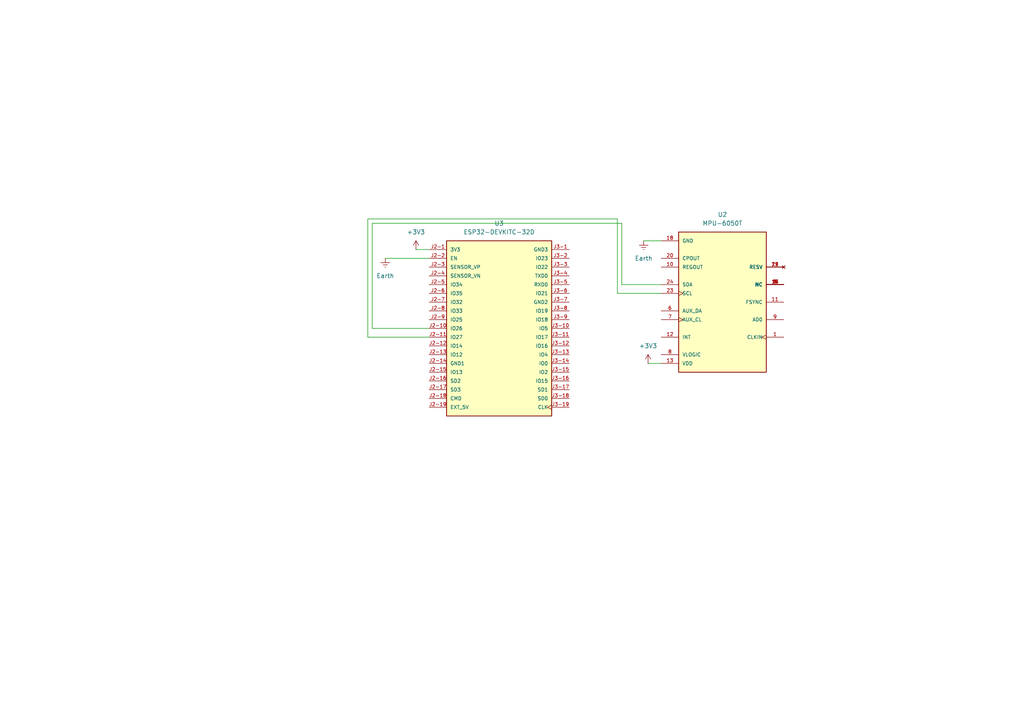
<source format=kicad_sch>
(kicad_sch (version 20231120) (generator "eeschema") (generator_version "8.0")
  (paper "A4")
  (lib_symbols
    (symbol "ESP32-DEVKITC-32D:ESP32-DEVKITC-32D" (pin_names (offset 1.016))
      (property "Reference" "U" (at -15.2572 26.0643 0))
      (property "Value" "ESP32-DEVKITC-32D" (at -15.2563 -27.9698 0))
      (symbol "ESP32-DEVKITC-32D_0_0"
        (rectangle (start -15.24 -25.4) (end 15.24 25.4) (stroke (width 0.254)) (fill (type background)))
        (pin power_in line (at -20.32 22.86 0) (length 5.08) (name "3V3") (number "J2-1"))
        (pin bidirectional line (at -20.32 0 0) (length 5.08) (name "IO26") (number "J2-10"))
        (pin bidirectional line (at -20.32 -2.54 0) (length 5.08) (name "IO27") (number "J2-11"))
        (pin bidirectional line (at -20.32 -5.08 0) (length 5.08) (name "IO14") (number "J2-12"))
        (pin bidirectional line (at -20.32 -7.62 0) (length 5.08) (name "IO12") (number "J2-13"))
        (pin power_in line (at -20.32 -10.16 0) (length 5.08) (name "GND1") (number "J2-14"))
        (pin bidirectional line (at -20.32 -12.7 0) (length 5.08) (name "IO13") (number "J2-15"))
        (pin bidirectional line (at -20.32 -15.24 0) (length 5.08) (name "SD2") (number "J2-16"))
        (pin bidirectional line (at -20.32 -17.78 0) (length 5.08) (name "SD3") (number "J2-17"))
        (pin bidirectional line (at -20.32 -20.32 0) (length 5.08) (name "CMD") (number "J2-18"))
        (pin power_in line (at -20.32 -22.86 0) (length 5.08) (name "EXT_5V") (number "J2-19"))
        (pin input line (at -20.32 20.32 0) (length 5.08) (name "EN") (number "J2-2"))
        (pin input line (at -20.32 17.78 0) (length 5.08) (name "SENSOR_VP") (number "J2-3"))
        (pin input line (at -20.32 15.24 0) (length 5.08) (name "SENSOR_VN") (number "J2-4"))
        (pin bidirectional line (at -20.32 12.7 0) (length 5.08) (name "IO34") (number "J2-5"))
        (pin bidirectional line (at -20.32 10.16 0) (length 5.08) (name "IO35") (number "J2-6"))
        (pin bidirectional line (at -20.32 7.62 0) (length 5.08) (name "IO32") (number "J2-7"))
        (pin bidirectional line (at -20.32 5.08 0) (length 5.08) (name "IO33") (number "J2-8"))
        (pin bidirectional line (at -20.32 2.54 0) (length 5.08) (name "IO25") (number "J2-9"))
        (pin power_in line (at 20.32 22.86 180) (length 5.08) (name "GND3") (number "J3-1"))
        (pin bidirectional line (at 20.32 0 180) (length 5.08) (name "IO5") (number "J3-10"))
        (pin bidirectional line (at 20.32 -2.54 180) (length 5.08) (name "IO17") (number "J3-11"))
        (pin bidirectional line (at 20.32 -5.08 180) (length 5.08) (name "IO16") (number "J3-12"))
        (pin bidirectional line (at 20.32 -7.62 180) (length 5.08) (name "IO4") (number "J3-13"))
        (pin bidirectional line (at 20.32 -10.16 180) (length 5.08) (name "IO0") (number "J3-14"))
        (pin bidirectional line (at 20.32 -12.7 180) (length 5.08) (name "IO2") (number "J3-15"))
        (pin bidirectional line (at 20.32 -15.24 180) (length 5.08) (name "IO15") (number "J3-16"))
        (pin bidirectional line (at 20.32 -17.78 180) (length 5.08) (name "SD1") (number "J3-17"))
        (pin bidirectional line (at 20.32 -20.32 180) (length 5.08) (name "SD0") (number "J3-18"))
        (pin input clock (at 20.32 -22.86 180) (length 5.08) (name "CLK") (number "J3-19"))
        (pin bidirectional line (at 20.32 20.32 180) (length 5.08) (name "IO23") (number "J3-2"))
        (pin bidirectional line (at 20.32 17.78 180) (length 5.08) (name "IO22") (number "J3-3"))
        (pin output line (at 20.32 15.24 180) (length 5.08) (name "TXD0") (number "J3-4"))
        (pin input line (at 20.32 12.7 180) (length 5.08) (name "RXD0") (number "J3-5"))
        (pin bidirectional line (at 20.32 10.16 180) (length 5.08) (name "IO21") (number "J3-6"))
        (pin power_in line (at 20.32 7.62 180) (length 5.08) (name "GND2") (number "J3-7"))
        (pin bidirectional line (at 20.32 5.08 180) (length 5.08) (name "IO19") (number "J3-8"))
        (pin bidirectional line (at 20.32 2.54 180) (length 5.08) (name "IO18") (number "J3-9"))
      )
    )
    (symbol "MPU-6050T:MPU-6050T" (pin_names (offset 1.016))
      (property "Reference" "U" (at -12.7 21.082 0))
      (property "Value" "MPU-6050T" (at -12.7 -22.86 0))
      (symbol "MPU-6050T_0_0"
        (rectangle (start -12.7 -20.32) (end 12.7 20.32) (stroke (width 0.254)) (fill (type background)))
        (pin input clock (at -17.78 10.16 0) (length 5.08) (name "CLKIN") (number "1"))
        (pin passive line (at 17.78 -10.16 180) (length 5.08) (name "REGOUT") (number "10"))
        (pin input line (at -17.78 0 0) (length 5.08) (name "FSYNC") (number "11"))
        (pin output line (at 17.78 10.16 180) (length 5.08) (name "INT") (number "12"))
        (pin power_in line (at 17.78 17.78 180) (length 5.08) (name "VDD") (number "13"))
        (pin passive line (at -17.78 -5.08 0) (length 5.08) (name "NC") (number "14"))
        (pin passive line (at -17.78 -5.08 0) (length 5.08) (name "NC") (number "15"))
        (pin passive line (at -17.78 -5.08 0) (length 5.08) (name "NC") (number "16"))
        (pin passive line (at -17.78 -5.08 0) (length 5.08) (name "NC") (number "17"))
        (pin power_in line (at 17.78 -17.78 180) (length 5.08) (name "GND") (number "18"))
        (pin no_connect line (at -17.78 -10.16 0) (length 5.08) (name "RESV") (number "19"))
        (pin passive line (at -17.78 -5.08 0) (length 5.08) (name "NC") (number "2"))
        (pin passive line (at 17.78 -12.7 180) (length 5.08) (name "CPOUT") (number "20"))
        (pin no_connect line (at -17.78 -10.16 0) (length 5.08) (name "RESV") (number "21"))
        (pin no_connect line (at -17.78 -10.16 0) (length 5.08) (name "RESV") (number "22"))
        (pin input clock (at 17.78 -2.54 180) (length 5.08) (name "SCL") (number "23"))
        (pin bidirectional line (at 17.78 -5.08 180) (length 5.08) (name "SDA") (number "24"))
        (pin passive line (at -17.78 -5.08 0) (length 5.08) (name "NC") (number "3"))
        (pin passive line (at -17.78 -5.08 0) (length 5.08) (name "NC") (number "4"))
        (pin passive line (at -17.78 -5.08 0) (length 5.08) (name "NC") (number "5"))
        (pin bidirectional line (at 17.78 2.54 180) (length 5.08) (name "AUX_DA") (number "6"))
        (pin output clock (at 17.78 5.08 180) (length 5.08) (name "AUX_CL") (number "7"))
        (pin power_in line (at 17.78 15.24 180) (length 5.08) (name "VLOGIC") (number "8"))
        (pin input line (at -17.78 5.08 0) (length 5.08) (name "AD0") (number "9"))
      )
    )
    (symbol "power:+3V3" (power) (pin_numbers hide) (pin_names (offset 0) hide)
      (property "Value" "+3V3" (at 0 3.556 0))
      (symbol "+3V3_0_1"
        (polyline (pts (xy -0.762 1.27) (xy 0 2.54)))
        (polyline (pts (xy 0 0) (xy 0 2.54)))
        (polyline (pts (xy 0 2.54) (xy 0.762 1.27)))
      )
      (symbol "+3V3_1_1"
        (pin power_in line (at 0 0 90) (length 0) (name "~") (number "1"))
      )
    )
    (symbol "power:Earth" (power) (pin_numbers hide) (pin_names (offset 0) hide)
      (property "Value" "Earth" (at 0 -3.81 0))
      (symbol "Earth_0_1"
        (polyline (pts (xy -0.635 -1.905) (xy 0.635 -1.905)))
        (polyline (pts (xy -0.127 -2.54) (xy 0.127 -2.54)))
        (polyline (pts (xy 0 -1.27) (xy 0 0)))
        (polyline (pts (xy 1.27 -1.27) (xy -1.27 -1.27)))
      )
      (symbol "Earth_1_1"
        (pin power_in line (at 0 0 270) (length 0) (name "~") (number "1"))
      )
    )
  )
  (wire (pts (xy 124.46 97.79) (xy 106.68 97.79)))
  (wire (pts (xy 111.76 74.93) (xy 124.46 74.93)))
  (wire (pts (xy 179.07 63.5) (xy 179.07 85.09)))
  (wire (pts (xy 124.46 72.39) (xy 120.65 72.39)))
  (wire (pts (xy 106.68 63.5) (xy 179.07 63.5)))
  (wire (pts (xy 107.95 64.77) (xy 180.34 64.77)))
  (wire (pts (xy 180.34 82.55) (xy 191.77 82.55)))
  (wire (pts (xy 179.07 85.09) (xy 191.77 85.09)))
  (wire (pts (xy 180.34 64.77) (xy 180.34 82.55)))
  (wire (pts (xy 187.96 105.41) (xy 191.77 105.41)))
  (wire (pts (xy 186.69 69.85) (xy 191.77 69.85)))
  (wire (pts (xy 106.68 97.79) (xy 106.68 63.5)))
  (wire (pts (xy 124.46 95.25) (xy 107.95 95.25)))
  (wire (pts (xy 107.95 95.25) (xy 107.95 64.77)))
  (symbol (lib_id "power:Earth") (at 111.76 74.93 0) (unit 1)
    (property "Reference" "#PWR02" (effects (hide yes)))
    (property "Value" "Earth" (at 111.76 80.01 0))
    (property "Description" "Power symbol creates a global label with name \"Earth\"" (effects (hide yes)))
  )
  (symbol (lib_id "power:+3V3") (at 120.65 72.39 0) (unit 1)
    (property "Reference" "#PWR01" (effects (hide yes)))
    (property "Value" "+3V3" (at 120.65 67.31 0))
    (property "Description" "Power symbol creates a global label with name \"+3V3\"" (effects (hide yes)))
  )
  (symbol (lib_id "power:+3V3") (at 187.96 105.41 0) (unit 1)
    (property "Reference" "#PWR04" (effects (hide yes)))
    (property "Value" "+3V3" (at 187.96 100.33 0))
    (property "Description" "Power symbol creates a global label with name \"+3V3\"" (effects (hide yes)))
  )
  (symbol (lib_id "MPU-6050T:MPU-6050T") (at 209.55 87.63 180) (unit 1)
    (property "Reference" "U2" (at 209.55 62.23 0))
    (property "Value" "MPU-6050T" (at 209.55 64.77 0))
    (property "Footprint" "MPU-6050T:QFN50P400X400X95-24N" (effects (hide yes)))
    (property "MF" "TDK InvenSense" (effects (hide yes)))
    (property "MAXIMUM_PACKAGE_HEIGHT" "0.95mm" (effects (hide yes)))
    (property "Package" "QFN-24 InvenSense" (effects (hide yes)))
    (property "Price" "None" (effects (hide yes)))
    (property "Check_prices" "https://www.snapeda.com/parts/MPU-6050T/InvenSense/view-part/?ref=eda" (effects (hide yes)))
    (property "STANDARD" "IPC-7351B" (effects (hide yes)))
    (property "PARTREV" "3.4" (effects (hide yes)))
    (property "SnapEDA_Link" "https://www.snapeda.com/parts/MPU-6050T/InvenSense/view-part/?ref=snap" (effects (hide yes)))
    (property "MP" "MPU-6050T" (effects (hide yes)))
    (property "Description_1" "\n3-Axis Gyro+3-Axis Accelerometer\n" (effects (hide yes)))
    (property "Availability" "Not in stock" (effects (hide yes)))
    (property "MANUFACTURER" "InvenSense" (effects (hide yes)))
  )
  (symbol (lib_id "power:Earth") (at 186.69 69.85 0) (unit 1)
    (property "Reference" "#PWR03" (effects (hide yes)))
    (property "Value" "Earth" (at 186.69 74.93 0))
    (property "Description" "Power symbol creates a global label with name \"Earth\"" (effects (hide yes)))
  )
  (symbol (lib_id "ESP32-DEVKITC-32D:ESP32-DEVKITC-32D") (at 144.78 95.25 0) (unit 1)
    (property "Reference" "U3" (at 144.78 64.77 0))
    (property "Value" "ESP32-DEVKITC-32D" (at 144.78 67.31 0))
    (property "Footprint" "ESP32-DEVKITC-32D:MODULE_ESP32-DEVKITC-32D" (effects (hide yes)))
    (property "MF" "Espressif Systems" (effects (hide yes)))
    (property "MAXIMUM_PACKAGE_HEIGHT" "N/A" (effects (hide yes)))
    (property "Package" "None" (effects (hide yes)))
    (property "Price" "None" (effects (hide yes)))
    (property "Check_prices" "https://www.snapeda.com/parts/ESP32-DEVKITC-32D/Espressif+Systems/view-part/?ref=eda" (effects (hide yes)))
    (property "STANDARD" "Manufacturer Recommendations" (effects (hide yes)))
    (property "PARTREV" "V4" (effects (hide yes)))
    (property "SnapEDA_Link" "https://www.snapeda.com/parts/ESP32-DEVKITC-32D/Espressif+Systems/view-part/?ref=snap" (effects (hide yes)))
    (property "MP" "ESP32-DEVKITC-32D" (effects (hide yes)))
    (property "Description_1" "\nWiFi Development Tools (802.11) ESP32 General Development Kit, ESP32-WROOM-32D on the board\n" (effects (hide yes)))
    (property "MANUFACTURER" "Espressif Systems" (effects (hide yes)))
    (property "Availability" "In Stock" (effects (hide yes)))
    (property "SNAPEDA_PN" "ESP32-DEVKITC-32D" (effects (hide yes)))
  )
)
</source>
